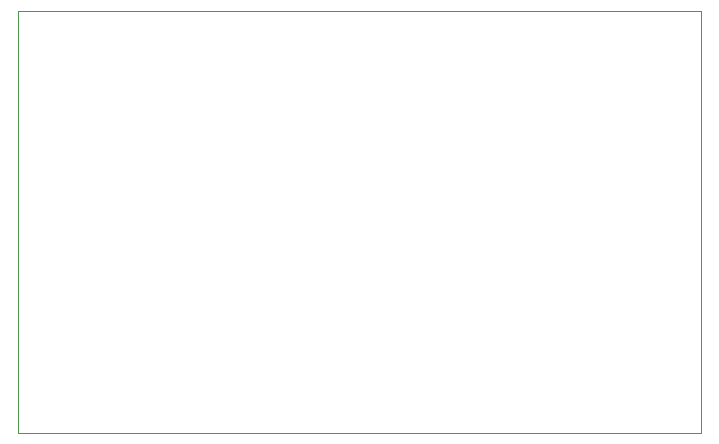
<source format=gbr>
%TF.GenerationSoftware,KiCad,Pcbnew,(7.0.0)*%
%TF.CreationDate,2023-03-09T18:41:40-05:00*%
%TF.ProjectId,Intervalometer,496e7465-7276-4616-9c6f-6d657465722e,rev?*%
%TF.SameCoordinates,Original*%
%TF.FileFunction,Profile,NP*%
%FSLAX46Y46*%
G04 Gerber Fmt 4.6, Leading zero omitted, Abs format (unit mm)*
G04 Created by KiCad (PCBNEW (7.0.0)) date 2023-03-09 18:41:40*
%MOMM*%
%LPD*%
G01*
G04 APERTURE LIST*
%TA.AperFunction,Profile*%
%ADD10C,0.100000*%
%TD*%
G04 APERTURE END LIST*
D10*
X105341522Y-69728757D02*
X163215179Y-69728757D01*
X163215179Y-69728757D02*
X163215179Y-105447993D01*
X163215179Y-105447993D02*
X105341522Y-105447993D01*
X105341522Y-105447993D02*
X105341522Y-69728757D01*
M02*

</source>
